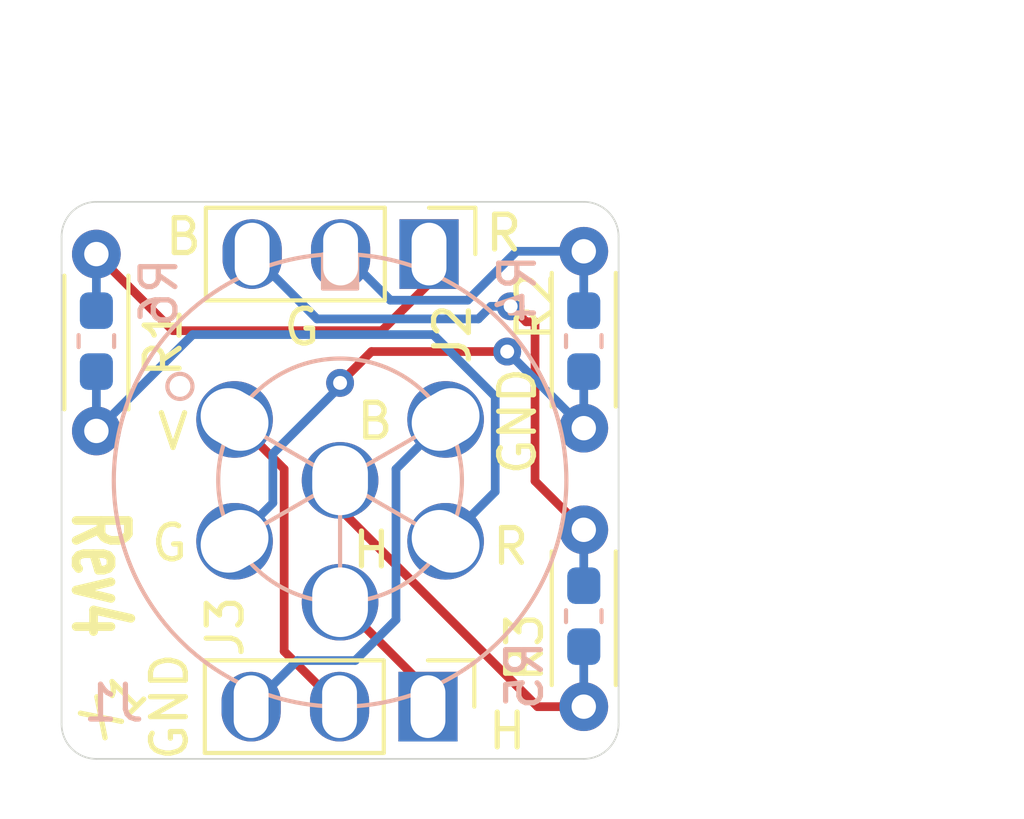
<source format=kicad_pcb>
(kicad_pcb (version 20171130) (host pcbnew "(5.1.6)-1")

  (general
    (thickness 1.6)
    (drawings 24)
    (tracks 52)
    (zones 0)
    (modules 9)
    (nets 10)
  )

  (page A4)
  (layers
    (0 F.Cu signal)
    (31 B.Cu signal)
    (32 B.Adhes user)
    (33 F.Adhes user)
    (34 B.Paste user)
    (35 F.Paste user)
    (36 B.SilkS user)
    (37 F.SilkS user)
    (38 B.Mask user)
    (39 F.Mask user)
    (40 Dwgs.User user)
    (41 Cmts.User user)
    (42 Eco1.User user)
    (43 Eco2.User user)
    (44 Edge.Cuts user)
    (45 Margin user)
    (46 B.CrtYd user)
    (47 F.CrtYd user)
    (48 B.Fab user)
    (49 F.Fab user)
  )

  (setup
    (last_trace_width 0.25)
    (trace_clearance 0.2)
    (zone_clearance 0.508)
    (zone_45_only no)
    (trace_min 0.2)
    (via_size 0.8)
    (via_drill 0.4)
    (via_min_size 0.4)
    (via_min_drill 0.3)
    (uvia_size 0.3)
    (uvia_drill 0.1)
    (uvias_allowed no)
    (uvia_min_size 0.2)
    (uvia_min_drill 0.1)
    (edge_width 0.05)
    (segment_width 0.2)
    (pcb_text_width 0.3)
    (pcb_text_size 1.5 1.5)
    (mod_edge_width 0.12)
    (mod_text_size 1 1)
    (mod_text_width 0.15)
    (pad_size 2 1.7)
    (pad_drill 1.8)
    (pad_to_mask_clearance 0.05)
    (aux_axis_origin 125 110)
    (grid_origin 125 110)
    (visible_elements 7FFFFFFF)
    (pcbplotparams
      (layerselection 0x010f0_ffffffff)
      (usegerberextensions true)
      (usegerberattributes true)
      (usegerberadvancedattributes true)
      (creategerberjobfile false)
      (excludeedgelayer true)
      (linewidth 0.100000)
      (plotframeref false)
      (viasonmask false)
      (mode 1)
      (useauxorigin false)
      (hpglpennumber 1)
      (hpglpenspeed 20)
      (hpglpendiameter 15.000000)
      (psnegative false)
      (psa4output false)
      (plotreference true)
      (plotvalue true)
      (plotinvisibletext false)
      (padsonsilk false)
      (subtractmaskfromsilk false)
      (outputformat 1)
      (mirror false)
      (drillshape 0)
      (scaleselection 1)
      (outputdirectory "gerber/"))
  )

  (net 0 "")
  (net 1 B)
  (net 2 R)
  (net 3 G)
  (net 4 V)
  (net 5 H)
  (net 6 GND)
  (net 7 "Net-(J1-Pad6)")
  (net 8 "Net-(J1-Pad2)")
  (net 9 "Net-(J1-Pad4)")

  (net_class Default "This is the default net class."
    (clearance 0.2)
    (trace_width 0.25)
    (via_dia 0.8)
    (via_drill 0.4)
    (uvia_dia 0.3)
    (uvia_drill 0.1)
    (add_net B)
    (add_net G)
    (add_net GND)
    (add_net H)
    (add_net "Net-(J1-Pad2)")
    (add_net "Net-(J1-Pad4)")
    (add_net "Net-(J1-Pad6)")
    (add_net R)
    (add_net V)
  )

  (module ryuk_lib:DIN6_PLG_PCB (layer B.Cu) (tedit 6287C950) (tstamp 62752F7F)
    (at 133 102 180)
    (path /6276229E)
    (fp_text reference J1 (at 6.5 -6.4) (layer B.SilkS)
      (effects (font (size 1 1) (thickness 0.15)) (justify mirror))
    )
    (fp_text value X1 (at 0 0.5) (layer B.Fab)
      (effects (font (size 1 1) (thickness 0.15)) (justify mirror))
    )
    (fp_poly (pts (xy 0.5 5.5) (xy -0.5 5.5) (xy -0.5 6.5) (xy 0.5 6.5)) (layer B.SilkS) (width 0.1))
    (fp_circle (center 0 0) (end 6.5 0) (layer B.SilkS) (width 0.12))
    (fp_circle (center 0 0) (end 3.5 0) (layer B.SilkS) (width 0.12))
    (fp_circle (center 4.6 2.7) (end 4.9 2.5) (layer B.SilkS) (width 0.12))
    (fp_line (start 0 -3.5) (end 0 0) (layer B.SilkS) (width 0.12))
    (fp_line (start 0 0) (end -3.031089 -1.75) (layer B.SilkS) (width 0.12))
    (fp_line (start 3.031089 1.75) (end 0 0) (layer B.SilkS) (width 0.12))
    (fp_line (start 0 0) (end -3.031089 1.75) (layer B.SilkS) (width 0.12))
    (fp_line (start 3.031089 -1.75) (end 0 0) (layer B.SilkS) (width 0.12))
    (pad 6 thru_hole circle (at 0 0 180) (size 2.2 2.2) (drill oval 1.6 2) (layers *.Cu *.Mask)
      (net 7 "Net-(J1-Pad6)"))
    (pad 1 thru_hole circle (at -3.031089 1.75 120) (size 2.2 2.2) (drill oval 1.6 2) (layers *.Cu *.Mask)
      (net 6 GND))
    (pad 5 thru_hole circle (at 3.031089 1.75 60) (size 2.2 2.2) (drill oval 1.6 2) (layers *.Cu *.Mask)
      (net 4 V))
    (pad 4 thru_hole circle (at 3.031089 -1.75 120) (size 2.2 2.2) (drill oval 1.6 2) (layers *.Cu *.Mask)
      (net 9 "Net-(J1-Pad4)"))
    (pad 2 thru_hole circle (at -3.031089 -1.75 60) (size 2.2 2.2) (drill oval 1.6 2) (layers *.Cu *.Mask)
      (net 8 "Net-(J1-Pad2)"))
    (pad 3 thru_hole circle (at 0 -3.5 180) (size 2.2 2.2) (drill oval 1.6 2) (layers *.Cu *.Mask)
      (net 5 H))
  )

  (module Resistor_THT:R_Axial_DIN0204_L3.6mm_D1.6mm_P5.08mm_Horizontal (layer F.Cu) (tedit 5AE5139B) (tstamp 62572BF7)
    (at 140 108.5 90)
    (descr "Resistor, Axial_DIN0204 series, Axial, Horizontal, pin pitch=5.08mm, 0.167W, length*diameter=3.6*1.6mm^2, http://cdn-reichelt.de/documents/datenblatt/B400/1_4W%23YAG.pdf")
    (tags "Resistor Axial_DIN0204 series Axial Horizontal pin pitch 5.08mm 0.167W length 3.6mm diameter 1.6mm")
    (path /62580A98)
    (fp_text reference R3 (at 1.7 -1.7 90) (layer F.SilkS)
      (effects (font (size 1 1) (thickness 0.15)))
    )
    (fp_text value 150R (at 2.54 1.92 90) (layer F.Fab)
      (effects (font (size 1 1) (thickness 0.15)))
    )
    (fp_line (start 0.74 -0.8) (end 0.74 0.8) (layer F.Fab) (width 0.1))
    (fp_line (start 0.74 0.8) (end 4.34 0.8) (layer F.Fab) (width 0.1))
    (fp_line (start 4.34 0.8) (end 4.34 -0.8) (layer F.Fab) (width 0.1))
    (fp_line (start 4.34 -0.8) (end 0.74 -0.8) (layer F.Fab) (width 0.1))
    (fp_line (start 0 0) (end 0.74 0) (layer F.Fab) (width 0.1))
    (fp_line (start 5.08 0) (end 4.34 0) (layer F.Fab) (width 0.1))
    (fp_line (start 0.62 -0.92) (end 4.46 -0.92) (layer F.SilkS) (width 0.12))
    (fp_line (start 0.62 0.92) (end 4.46 0.92) (layer F.SilkS) (width 0.12))
    (fp_line (start -0.95 -1.05) (end -0.95 1.05) (layer F.CrtYd) (width 0.05))
    (fp_line (start -0.95 1.05) (end 6.03 1.05) (layer F.CrtYd) (width 0.05))
    (fp_line (start 6.03 1.05) (end 6.03 -1.05) (layer F.CrtYd) (width 0.05))
    (fp_line (start 6.03 -1.05) (end -0.95 -1.05) (layer F.CrtYd) (width 0.05))
    (fp_text user %R (at 2.54 0 90) (layer F.Fab)
      (effects (font (size 0.72 0.72) (thickness 0.108)))
    )
    (pad 2 thru_hole oval (at 5.08 0 90) (size 1.4 1.4) (drill 0.7) (layers *.Cu *.Mask)
      (net 1 B))
    (pad 1 thru_hole circle (at 0 0 90) (size 1.4 1.4) (drill 0.7) (layers *.Cu *.Mask)
      (net 7 "Net-(J1-Pad6)"))
    (model ${KISYS3DMOD}/Resistor_THT.3dshapes/R_Axial_DIN0204_L3.6mm_D1.6mm_P5.08mm_Horizontal.wrl
      (at (xyz 0 0 0))
      (scale (xyz 1 1 1))
      (rotate (xyz 0 0 0))
    )
  )

  (module Resistor_THT:R_Axial_DIN0204_L3.6mm_D1.6mm_P5.08mm_Horizontal (layer F.Cu) (tedit 5AE5139B) (tstamp 62572BE0)
    (at 140 100.5 90)
    (descr "Resistor, Axial_DIN0204 series, Axial, Horizontal, pin pitch=5.08mm, 0.167W, length*diameter=3.6*1.6mm^2, http://cdn-reichelt.de/documents/datenblatt/B400/1_4W%23YAG.pdf")
    (tags "Resistor Axial_DIN0204 series Axial Horizontal pin pitch 5.08mm 0.167W length 3.6mm diameter 1.6mm")
    (path /625801CF)
    (fp_text reference R2 (at 3.5 -1.4 90) (layer F.SilkS)
      (effects (font (size 1 1) (thickness 0.15)))
    )
    (fp_text value 150R (at 2.54 1.92 90) (layer F.Fab)
      (effects (font (size 1 1) (thickness 0.15)))
    )
    (fp_line (start 0.74 -0.8) (end 0.74 0.8) (layer F.Fab) (width 0.1))
    (fp_line (start 0.74 0.8) (end 4.34 0.8) (layer F.Fab) (width 0.1))
    (fp_line (start 4.34 0.8) (end 4.34 -0.8) (layer F.Fab) (width 0.1))
    (fp_line (start 4.34 -0.8) (end 0.74 -0.8) (layer F.Fab) (width 0.1))
    (fp_line (start 0 0) (end 0.74 0) (layer F.Fab) (width 0.1))
    (fp_line (start 5.08 0) (end 4.34 0) (layer F.Fab) (width 0.1))
    (fp_line (start 0.62 -0.92) (end 4.46 -0.92) (layer F.SilkS) (width 0.12))
    (fp_line (start 0.62 0.92) (end 4.46 0.92) (layer F.SilkS) (width 0.12))
    (fp_line (start -0.95 -1.05) (end -0.95 1.05) (layer F.CrtYd) (width 0.05))
    (fp_line (start -0.95 1.05) (end 6.03 1.05) (layer F.CrtYd) (width 0.05))
    (fp_line (start 6.03 1.05) (end 6.03 -1.05) (layer F.CrtYd) (width 0.05))
    (fp_line (start 6.03 -1.05) (end -0.95 -1.05) (layer F.CrtYd) (width 0.05))
    (fp_text user %R (at 2.54 0 90) (layer F.Fab)
      (effects (font (size 0.72 0.72) (thickness 0.108)))
    )
    (pad 2 thru_hole oval (at 5.08 0 90) (size 1.4 1.4) (drill 0.7) (layers *.Cu *.Mask)
      (net 3 G))
    (pad 1 thru_hole circle (at 0 0 90) (size 1.4 1.4) (drill 0.7) (layers *.Cu *.Mask)
      (net 9 "Net-(J1-Pad4)"))
    (model ${KISYS3DMOD}/Resistor_THT.3dshapes/R_Axial_DIN0204_L3.6mm_D1.6mm_P5.08mm_Horizontal.wrl
      (at (xyz 0 0 0))
      (scale (xyz 1 1 1))
      (rotate (xyz 0 0 0))
    )
  )

  (module Resistor_THT:R_Axial_DIN0204_L3.6mm_D1.6mm_P5.08mm_Horizontal (layer F.Cu) (tedit 5AE5139B) (tstamp 62572BC9)
    (at 126 95.5 270)
    (descr "Resistor, Axial_DIN0204 series, Axial, Horizontal, pin pitch=5.08mm, 0.167W, length*diameter=3.6*1.6mm^2, http://cdn-reichelt.de/documents/datenblatt/B400/1_4W%23YAG.pdf")
    (tags "Resistor Axial_DIN0204 series Axial Horizontal pin pitch 5.08mm 0.167W length 3.6mm diameter 1.6mm")
    (path /6257F3C2)
    (fp_text reference R1 (at 2.54 -1.92 90) (layer F.SilkS)
      (effects (font (size 1 1) (thickness 0.15)))
    )
    (fp_text value 150R (at 2.54 1.92 90) (layer F.Fab)
      (effects (font (size 1 1) (thickness 0.15)))
    )
    (fp_line (start 0.74 -0.8) (end 0.74 0.8) (layer F.Fab) (width 0.1))
    (fp_line (start 0.74 0.8) (end 4.34 0.8) (layer F.Fab) (width 0.1))
    (fp_line (start 4.34 0.8) (end 4.34 -0.8) (layer F.Fab) (width 0.1))
    (fp_line (start 4.34 -0.8) (end 0.74 -0.8) (layer F.Fab) (width 0.1))
    (fp_line (start 0 0) (end 0.74 0) (layer F.Fab) (width 0.1))
    (fp_line (start 5.08 0) (end 4.34 0) (layer F.Fab) (width 0.1))
    (fp_line (start 0.62 -0.92) (end 4.46 -0.92) (layer F.SilkS) (width 0.12))
    (fp_line (start 0.62 0.92) (end 4.46 0.92) (layer F.SilkS) (width 0.12))
    (fp_line (start -0.95 -1.05) (end -0.95 1.05) (layer F.CrtYd) (width 0.05))
    (fp_line (start -0.95 1.05) (end 6.03 1.05) (layer F.CrtYd) (width 0.05))
    (fp_line (start 6.03 1.05) (end 6.03 -1.05) (layer F.CrtYd) (width 0.05))
    (fp_line (start 6.03 -1.05) (end -0.95 -1.05) (layer F.CrtYd) (width 0.05))
    (fp_text user %R (at 2.54 0 90) (layer F.Fab)
      (effects (font (size 0.72 0.72) (thickness 0.108)))
    )
    (pad 2 thru_hole oval (at 5.08 0 270) (size 1.4 1.4) (drill 0.7) (layers *.Cu *.Mask)
      (net 8 "Net-(J1-Pad2)"))
    (pad 1 thru_hole circle (at 0 0 270) (size 1.4 1.4) (drill 0.7) (layers *.Cu *.Mask)
      (net 2 R))
    (model ${KISYS3DMOD}/Resistor_THT.3dshapes/R_Axial_DIN0204_L3.6mm_D1.6mm_P5.08mm_Horizontal.wrl
      (at (xyz 0 0 0))
      (scale (xyz 1 1 1))
      (rotate (xyz 0 0 0))
    )
  )

  (module Resistor_SMD:R_0603_1608Metric_Pad1.05x0.95mm_HandSolder (layer B.Cu) (tedit 5B301BBD) (tstamp 62751DD8)
    (at 126 98 270)
    (descr "Resistor SMD 0603 (1608 Metric), square (rectangular) end terminal, IPC_7351 nominal with elongated pad for handsoldering. (Body size source: http://www.tortai-tech.com/upload/download/2011102023233369053.pdf), generated with kicad-footprint-generator")
    (tags "resistor handsolder")
    (path /62752F49)
    (attr smd)
    (fp_text reference R6 (at -1.4 -1.8 90) (layer B.SilkS)
      (effects (font (size 1 1) (thickness 0.15)) (justify mirror))
    )
    (fp_text value 150R (at 0 -1.43 90) (layer B.Fab)
      (effects (font (size 1 1) (thickness 0.15)) (justify mirror))
    )
    (fp_line (start -0.8 -0.4) (end -0.8 0.4) (layer B.Fab) (width 0.1))
    (fp_line (start -0.8 0.4) (end 0.8 0.4) (layer B.Fab) (width 0.1))
    (fp_line (start 0.8 0.4) (end 0.8 -0.4) (layer B.Fab) (width 0.1))
    (fp_line (start 0.8 -0.4) (end -0.8 -0.4) (layer B.Fab) (width 0.1))
    (fp_line (start -0.171267 0.51) (end 0.171267 0.51) (layer B.SilkS) (width 0.12))
    (fp_line (start -0.171267 -0.51) (end 0.171267 -0.51) (layer B.SilkS) (width 0.12))
    (fp_line (start -1.65 -0.73) (end -1.65 0.73) (layer B.CrtYd) (width 0.05))
    (fp_line (start -1.65 0.73) (end 1.65 0.73) (layer B.CrtYd) (width 0.05))
    (fp_line (start 1.65 0.73) (end 1.65 -0.73) (layer B.CrtYd) (width 0.05))
    (fp_line (start 1.65 -0.73) (end -1.65 -0.73) (layer B.CrtYd) (width 0.05))
    (fp_text user %R (at 0 0 90) (layer B.Fab)
      (effects (font (size 0.4 0.4) (thickness 0.06)) (justify mirror))
    )
    (pad 2 smd roundrect (at 0.875 0 270) (size 1.05 0.95) (layers B.Cu B.Paste B.Mask) (roundrect_rratio 0.25)
      (net 8 "Net-(J1-Pad2)"))
    (pad 1 smd roundrect (at -0.875 0 270) (size 1.05 0.95) (layers B.Cu B.Paste B.Mask) (roundrect_rratio 0.25)
      (net 2 R))
    (model ${KISYS3DMOD}/Resistor_SMD.3dshapes/R_0603_1608Metric.wrl
      (at (xyz 0 0 0))
      (scale (xyz 1 1 1))
      (rotate (xyz 0 0 0))
    )
  )

  (module Resistor_SMD:R_0603_1608Metric_Pad1.05x0.95mm_HandSolder (layer B.Cu) (tedit 5B301BBD) (tstamp 62751DC7)
    (at 140 105.9 90)
    (descr "Resistor SMD 0603 (1608 Metric), square (rectangular) end terminal, IPC_7351 nominal with elongated pad for handsoldering. (Body size source: http://www.tortai-tech.com/upload/download/2011102023233369053.pdf), generated with kicad-footprint-generator")
    (tags "resistor handsolder")
    (path /627523DF)
    (attr smd)
    (fp_text reference R5 (at -1.7 -1.7 90) (layer B.SilkS)
      (effects (font (size 1 1) (thickness 0.15)) (justify mirror))
    )
    (fp_text value 150R (at 0 -1.43 90) (layer B.Fab)
      (effects (font (size 1 1) (thickness 0.15)) (justify mirror))
    )
    (fp_line (start -0.8 -0.4) (end -0.8 0.4) (layer B.Fab) (width 0.1))
    (fp_line (start -0.8 0.4) (end 0.8 0.4) (layer B.Fab) (width 0.1))
    (fp_line (start 0.8 0.4) (end 0.8 -0.4) (layer B.Fab) (width 0.1))
    (fp_line (start 0.8 -0.4) (end -0.8 -0.4) (layer B.Fab) (width 0.1))
    (fp_line (start -0.171267 0.51) (end 0.171267 0.51) (layer B.SilkS) (width 0.12))
    (fp_line (start -0.171267 -0.51) (end 0.171267 -0.51) (layer B.SilkS) (width 0.12))
    (fp_line (start -1.65 -0.73) (end -1.65 0.73) (layer B.CrtYd) (width 0.05))
    (fp_line (start -1.65 0.73) (end 1.65 0.73) (layer B.CrtYd) (width 0.05))
    (fp_line (start 1.65 0.73) (end 1.65 -0.73) (layer B.CrtYd) (width 0.05))
    (fp_line (start 1.65 -0.73) (end -1.65 -0.73) (layer B.CrtYd) (width 0.05))
    (fp_text user %R (at 0 0 90) (layer B.Fab)
      (effects (font (size 0.4 0.4) (thickness 0.06)) (justify mirror))
    )
    (pad 2 smd roundrect (at 0.875 0 90) (size 1.05 0.95) (layers B.Cu B.Paste B.Mask) (roundrect_rratio 0.25)
      (net 1 B))
    (pad 1 smd roundrect (at -0.875 0 90) (size 1.05 0.95) (layers B.Cu B.Paste B.Mask) (roundrect_rratio 0.25)
      (net 7 "Net-(J1-Pad6)"))
    (model ${KISYS3DMOD}/Resistor_SMD.3dshapes/R_0603_1608Metric.wrl
      (at (xyz 0 0 0))
      (scale (xyz 1 1 1))
      (rotate (xyz 0 0 0))
    )
  )

  (module Resistor_SMD:R_0603_1608Metric_Pad1.05x0.95mm_HandSolder (layer B.Cu) (tedit 5B301BBD) (tstamp 62751DB6)
    (at 140 98 90)
    (descr "Resistor SMD 0603 (1608 Metric), square (rectangular) end terminal, IPC_7351 nominal with elongated pad for handsoldering. (Body size source: http://www.tortai-tech.com/upload/download/2011102023233369053.pdf), generated with kicad-footprint-generator")
    (tags "resistor handsolder")
    (path /627534F7)
    (attr smd)
    (fp_text reference R4 (at 1.5 -1.9 270) (layer B.SilkS)
      (effects (font (size 1 1) (thickness 0.15)) (justify mirror))
    )
    (fp_text value 150R (at 0 -1.43 270) (layer B.Fab)
      (effects (font (size 1 1) (thickness 0.15)) (justify mirror))
    )
    (fp_line (start -0.8 -0.4) (end -0.8 0.4) (layer B.Fab) (width 0.1))
    (fp_line (start -0.8 0.4) (end 0.8 0.4) (layer B.Fab) (width 0.1))
    (fp_line (start 0.8 0.4) (end 0.8 -0.4) (layer B.Fab) (width 0.1))
    (fp_line (start 0.8 -0.4) (end -0.8 -0.4) (layer B.Fab) (width 0.1))
    (fp_line (start -0.171267 0.51) (end 0.171267 0.51) (layer B.SilkS) (width 0.12))
    (fp_line (start -0.171267 -0.51) (end 0.171267 -0.51) (layer B.SilkS) (width 0.12))
    (fp_line (start -1.65 -0.73) (end -1.65 0.73) (layer B.CrtYd) (width 0.05))
    (fp_line (start -1.65 0.73) (end 1.65 0.73) (layer B.CrtYd) (width 0.05))
    (fp_line (start 1.65 0.73) (end 1.65 -0.73) (layer B.CrtYd) (width 0.05))
    (fp_line (start 1.65 -0.73) (end -1.65 -0.73) (layer B.CrtYd) (width 0.05))
    (fp_text user %R (at 0 0 270) (layer B.Fab)
      (effects (font (size 0.4 0.4) (thickness 0.06)) (justify mirror))
    )
    (pad 2 smd roundrect (at 0.875 0 90) (size 1.05 0.95) (layers B.Cu B.Paste B.Mask) (roundrect_rratio 0.25)
      (net 3 G))
    (pad 1 smd roundrect (at -0.875 0 90) (size 1.05 0.95) (layers B.Cu B.Paste B.Mask) (roundrect_rratio 0.25)
      (net 9 "Net-(J1-Pad4)"))
    (model ${KISYS3DMOD}/Resistor_SMD.3dshapes/R_0603_1608Metric.wrl
      (at (xyz 0 0 0))
      (scale (xyz 1 1 1))
      (rotate (xyz 0 0 0))
    )
  )

  (module Connector_PinHeader_2.54mm:PinHeader_1x03_P2.54mm_Vertical (layer F.Cu) (tedit 62943729) (tstamp 62631DE2)
    (at 135.525 108.5 270)
    (descr "Through hole straight pin header, 1x03, 2.54mm pitch, single row")
    (tags "Through hole pin header THT 1x03 2.54mm single row")
    (path /6263D794)
    (fp_text reference J3 (at -2.3 5.825 90) (layer F.SilkS)
      (effects (font (size 1 1) (thickness 0.15)))
    )
    (fp_text value TO_VGA2 (at 0 7.41 90) (layer F.Fab)
      (effects (font (size 1 1) (thickness 0.15)))
    )
    (fp_line (start 1.8 -1.8) (end -1.8 -1.8) (layer F.CrtYd) (width 0.05))
    (fp_line (start 1.8 6.85) (end 1.8 -1.8) (layer F.CrtYd) (width 0.05))
    (fp_line (start -1.8 6.85) (end 1.8 6.85) (layer F.CrtYd) (width 0.05))
    (fp_line (start -1.8 -1.8) (end -1.8 6.85) (layer F.CrtYd) (width 0.05))
    (fp_line (start -1.33 -1.33) (end 0 -1.33) (layer F.SilkS) (width 0.12))
    (fp_line (start -1.33 0) (end -1.33 -1.33) (layer F.SilkS) (width 0.12))
    (fp_line (start -1.33 1.27) (end 1.33 1.27) (layer F.SilkS) (width 0.12))
    (fp_line (start 1.33 1.27) (end 1.33 6.41) (layer F.SilkS) (width 0.12))
    (fp_line (start -1.33 1.27) (end -1.33 6.41) (layer F.SilkS) (width 0.12))
    (fp_line (start -1.33 6.41) (end 1.33 6.41) (layer F.SilkS) (width 0.12))
    (fp_line (start -1.27 -0.635) (end -0.635 -1.27) (layer F.Fab) (width 0.1))
    (fp_line (start -1.27 6.35) (end -1.27 -0.635) (layer F.Fab) (width 0.1))
    (fp_line (start 1.27 6.35) (end -1.27 6.35) (layer F.Fab) (width 0.1))
    (fp_line (start 1.27 -1.27) (end 1.27 6.35) (layer F.Fab) (width 0.1))
    (fp_line (start -0.635 -1.27) (end 1.27 -1.27) (layer F.Fab) (width 0.1))
    (fp_text user %R (at 0 2.54) (layer F.Fab)
      (effects (font (size 1 1) (thickness 0.15)))
    )
    (pad 3 thru_hole oval (at 0 5.08 270) (size 2 1.7) (drill oval 1.8 1) (layers *.Cu *.Mask)
      (net 6 GND))
    (pad 2 thru_hole oval (at 0 2.54 270) (size 2 1.7) (drill oval 1.8 1) (layers *.Cu *.Mask)
      (net 4 V))
    (pad 1 thru_hole rect (at 0 0 270) (size 2 1.7) (drill oval 1.8 1) (layers *.Cu *.Mask)
      (net 5 H))
    (model ${KISYS3DMOD}/Connector_PinHeader_2.54mm.3dshapes/PinHeader_1x03_P2.54mm_Vertical.wrl
      (at (xyz 0 0 0))
      (scale (xyz 1 1 1))
      (rotate (xyz 0 0 0))
    )
  )

  (module Connector_PinHeader_2.54mm:PinHeader_1x03_P2.54mm_Vertical (layer F.Cu) (tedit 6294373C) (tstamp 62631DCB)
    (at 135.555 95.5 270)
    (descr "Through hole straight pin header, 1x03, 2.54mm pitch, single row")
    (tags "Through hole pin header THT 1x03 2.54mm single row")
    (path /6263C9B5)
    (fp_text reference J2 (at 2.3 -0.675 90) (layer F.SilkS)
      (effects (font (size 1 1) (thickness 0.15)))
    )
    (fp_text value TO_VGA1 (at 0 7.41 90) (layer F.Fab)
      (effects (font (size 1 1) (thickness 0.15)))
    )
    (fp_line (start 1.8 -1.8) (end -1.8 -1.8) (layer F.CrtYd) (width 0.05))
    (fp_line (start 1.8 6.85) (end 1.8 -1.8) (layer F.CrtYd) (width 0.05))
    (fp_line (start -1.8 6.85) (end 1.8 6.85) (layer F.CrtYd) (width 0.05))
    (fp_line (start -1.8 -1.8) (end -1.8 6.85) (layer F.CrtYd) (width 0.05))
    (fp_line (start -1.33 -1.33) (end 0 -1.33) (layer F.SilkS) (width 0.12))
    (fp_line (start -1.33 0) (end -1.33 -1.33) (layer F.SilkS) (width 0.12))
    (fp_line (start -1.33 1.27) (end 1.33 1.27) (layer F.SilkS) (width 0.12))
    (fp_line (start 1.33 1.27) (end 1.33 6.41) (layer F.SilkS) (width 0.12))
    (fp_line (start -1.33 1.27) (end -1.33 6.41) (layer F.SilkS) (width 0.12))
    (fp_line (start -1.33 6.41) (end 1.33 6.41) (layer F.SilkS) (width 0.12))
    (fp_line (start -1.27 -0.635) (end -0.635 -1.27) (layer F.Fab) (width 0.1))
    (fp_line (start -1.27 6.35) (end -1.27 -0.635) (layer F.Fab) (width 0.1))
    (fp_line (start 1.27 6.35) (end -1.27 6.35) (layer F.Fab) (width 0.1))
    (fp_line (start 1.27 -1.27) (end 1.27 6.35) (layer F.Fab) (width 0.1))
    (fp_line (start -0.635 -1.27) (end 1.27 -1.27) (layer F.Fab) (width 0.1))
    (fp_text user %R (at 0 2.54) (layer F.Fab)
      (effects (font (size 1 1) (thickness 0.15)))
    )
    (pad 3 thru_hole oval (at 0 5.08 270) (size 2 1.7) (drill oval 1.8 1) (layers *.Cu *.Mask)
      (net 1 B))
    (pad 2 thru_hole oval (at 0 2.54 270) (size 2 1.7) (drill oval 1.8 1) (layers *.Cu *.Mask)
      (net 3 G))
    (pad 1 thru_hole rect (at 0 0 270) (size 2 1.7) (drill oval 1.8 1) (layers *.Cu *.Mask)
      (net 2 R))
    (model ${KISYS3DMOD}/Connector_PinHeader_2.54mm.3dshapes/PinHeader_1x03_P2.54mm_Vertical.wrl
      (at (xyz 0 0 0))
      (scale (xyz 1 1 1))
      (rotate (xyz 0 0 0))
    )
  )

  (gr_text B (at 134 100.3) (layer F.SilkS) (tstamp 62882E94)
    (effects (font (size 1 1) (thickness 0.15)))
  )
  (gr_text R (at 137.9 103.9) (layer F.SilkS) (tstamp 62882E7A)
    (effects (font (size 1 1) (thickness 0.15)))
  )
  (gr_text G (at 128.1 103.8) (layer F.SilkS) (tstamp 62882E60)
    (effects (font (size 1 1) (thickness 0.15)))
  )
  (gr_text GND (at 138.1 100.3 90) (layer F.SilkS) (tstamp 62882F07)
    (effects (font (size 1 1) (thickness 0.15)))
  )
  (gr_text "H\n" (at 133.9 104) (layer F.SilkS) (tstamp 62882E55)
    (effects (font (size 1 1) (thickness 0.15)))
  )
  (gr_text B (at 128.5 95) (layer F.SilkS) (tstamp 62882E1E)
    (effects (font (size 1 1) (thickness 0.15)))
  )
  (gr_text R (at 137.7 94.9) (layer F.SilkS) (tstamp 62882E1B)
    (effects (font (size 1 1) (thickness 0.15)))
  )
  (gr_text G (at 131.9 97.6) (layer F.SilkS) (tstamp 62882E18)
    (effects (font (size 1 1) (thickness 0.15)))
  )
  (gr_text GND (at 128.1 108.5 90) (layer F.SilkS) (tstamp 62882E11)
    (effects (font (size 1 1) (thickness 0.15)))
  )
  (gr_text H (at 137.8 109.2) (layer F.SilkS) (tstamp 62882E0D)
    (effects (font (size 1 1) (thickness 0.15)))
  )
  (gr_text V (at 128.2 100.6) (layer F.SilkS) (tstamp 62882E07)
    (effects (font (size 1 1) (thickness 0.15)))
  )
  (gr_text Rev4 (at 126.1 104.7 270) (layer F.SilkS) (tstamp 6275225C)
    (effects (font (size 1.5 1) (thickness 0.25)))
  )
  (gr_arc (start 126 109) (end 125 109) (angle -90) (layer Edge.Cuts) (width 0.05))
  (gr_arc (start 126 95) (end 126 94) (angle -90) (layer Edge.Cuts) (width 0.05))
  (gr_arc (start 140 95) (end 141 95) (angle -90) (layer Edge.Cuts) (width 0.05))
  (gr_arc (start 140 109) (end 140 110) (angle -90) (layer Edge.Cuts) (width 0.05))
  (gr_line (start 126 94) (end 140 94) (layer Edge.Cuts) (width 0.05) (tstamp 626487CA))
  (gr_line (start 125 109) (end 125 95) (layer Edge.Cuts) (width 0.05))
  (gr_line (start 140 110) (end 126 110) (layer Edge.Cuts) (width 0.05))
  (gr_line (start 141 95) (end 141 109) (layer Edge.Cuts) (width 0.05))
  (dimension 8 (width 0.15) (layer Dwgs.User)
    (gr_text "8.000 mm" (at 151.3 106 90) (layer Dwgs.User)
      (effects (font (size 1 1) (thickness 0.15)))
    )
    (feature1 (pts (xy 141 102) (xy 150.586421 102)))
    (feature2 (pts (xy 141 110) (xy 150.586421 110)))
    (crossbar (pts (xy 150 110) (xy 150 102)))
    (arrow1a (pts (xy 150 102) (xy 150.586421 103.126504)))
    (arrow1b (pts (xy 150 102) (xy 149.413579 103.126504)))
    (arrow2a (pts (xy 150 110) (xy 150.586421 108.873496)))
    (arrow2b (pts (xy 150 110) (xy 149.413579 108.873496)))
  )
  (dimension 16 (width 0.15) (layer Dwgs.User)
    (gr_text "16.000 mm" (at 133 88.9) (layer Dwgs.User)
      (effects (font (size 1 1) (thickness 0.15)))
    )
    (feature1 (pts (xy 125 94) (xy 125 89.613579)))
    (feature2 (pts (xy 141 94) (xy 141 89.613579)))
    (crossbar (pts (xy 141 90.2) (xy 125 90.2)))
    (arrow1a (pts (xy 125 90.2) (xy 126.126504 89.613579)))
    (arrow1b (pts (xy 125 90.2) (xy 126.126504 90.786421)))
    (arrow2a (pts (xy 141 90.2) (xy 139.873496 89.613579)))
    (arrow2b (pts (xy 141 90.2) (xy 139.873496 90.786421)))
  )
  (dimension 16 (width 0.15) (layer Dwgs.User)
    (gr_text "16.000 mm" (at 145.9 102 270) (layer Dwgs.User)
      (effects (font (size 1 1) (thickness 0.15)))
    )
    (feature1 (pts (xy 141 110) (xy 145.186421 110)))
    (feature2 (pts (xy 141 94) (xy 145.186421 94)))
    (crossbar (pts (xy 144.6 94) (xy 144.6 110)))
    (arrow1a (pts (xy 144.6 110) (xy 144.013579 108.873496)))
    (arrow1b (pts (xy 144.6 110) (xy 145.186421 108.873496)))
    (arrow2a (pts (xy 144.6 94) (xy 144.013579 95.126504)))
    (arrow2b (pts (xy 144.6 94) (xy 145.186421 95.126504)))
  )
  (gr_text "X1\n" (at 126.5 108.5 45) (layer F.SilkS)
    (effects (font (size 1 1) (thickness 0.15)))
  )

  (segment (start 140 103.42) (end 140 105.025) (width 0.25) (layer B.Cu) (net 1))
  (segment (start 138.6 102.02) (end 140 103.42) (width 0.25) (layer F.Cu) (net 1))
  (segment (start 138.6 97.445) (end 138.6 102.02) (width 0.25) (layer F.Cu) (net 1))
  (via (at 137.9 97) (size 0.8) (drill 0.4) (layers F.Cu B.Cu) (net 1))
  (segment (start 138.6 97.445) (end 138.345 97.445) (width 0.25) (layer F.Cu) (net 1))
  (segment (start 138.345 97.445) (end 137.9 97) (width 0.25) (layer F.Cu) (net 1))
  (segment (start 137.9 97) (end 137.334315 97) (width 0.25) (layer B.Cu) (net 1))
  (segment (start 136.971817 97.362498) (end 132.337498 97.362498) (width 0.25) (layer B.Cu) (net 1))
  (segment (start 137.334315 97) (end 136.971817 97.362498) (width 0.25) (layer B.Cu) (net 1))
  (segment (start 132.337498 97.362498) (end 130.475 95.5) (width 0.25) (layer B.Cu) (net 1))
  (segment (start 126 97.125) (end 126 95.5) (width 0.25) (layer B.Cu) (net 2))
  (segment (start 134.2 97.7) (end 135.555 96.345) (width 0.25) (layer F.Cu) (net 2))
  (segment (start 135.555 96.345) (end 135.555 95.5) (width 0.25) (layer F.Cu) (net 2))
  (segment (start 126 95.5) (end 128.2 97.7) (width 0.25) (layer F.Cu) (net 2))
  (segment (start 128.2 97.7) (end 134.2 97.7) (width 0.25) (layer F.Cu) (net 2))
  (segment (start 140 95.42) (end 140 97.125) (width 0.25) (layer B.Cu) (net 3))
  (segment (start 133.119998 95.5) (end 134.444999 96.825001) (width 0.25) (layer B.Cu) (net 3))
  (segment (start 134.444999 96.825001) (end 136.665001 96.825001) (width 0.25) (layer B.Cu) (net 3))
  (segment (start 138.070002 95.42) (end 140 95.42) (width 0.25) (layer B.Cu) (net 3))
  (segment (start 133.015 95.5) (end 133.119998 95.5) (width 0.25) (layer B.Cu) (net 3))
  (segment (start 136.665001 96.825001) (end 138.070002 95.42) (width 0.25) (layer B.Cu) (net 3))
  (segment (start 131.393912 106.908912) (end 132.985 108.5) (width 0.25) (layer F.Cu) (net 4))
  (segment (start 131.393912 101.675001) (end 131.393912 106.908912) (width 0.25) (layer F.Cu) (net 4))
  (segment (start 129.968911 100.25) (end 131.393912 101.675001) (width 0.25) (layer F.Cu) (net 4))
  (segment (start 135.525 108.025) (end 135.525 108.5) (width 0.25) (layer F.Cu) (net 5))
  (segment (start 133 105.5) (end 135.525 108.025) (width 0.25) (layer F.Cu) (net 5))
  (segment (start 134.606088 106.002914) (end 134.606088 101.675001) (width 0.25) (layer B.Cu) (net 6))
  (segment (start 133.434012 107.17499) (end 134.606088 106.002914) (width 0.25) (layer B.Cu) (net 6))
  (segment (start 131.77001 107.17499) (end 133.434012 107.17499) (width 0.25) (layer B.Cu) (net 6))
  (segment (start 134.606088 101.675001) (end 136.031089 100.25) (width 0.25) (layer B.Cu) (net 6))
  (segment (start 130.445 108.5) (end 131.77001 107.17499) (width 0.25) (layer B.Cu) (net 6))
  (segment (start 140 108.5) (end 140 106.775) (width 0.25) (layer B.Cu) (net 7))
  (segment (start 133 102.827913) (end 133 102) (width 0.25) (layer F.Cu) (net 7))
  (segment (start 138.672087 108.5) (end 133 102.827913) (width 0.25) (layer F.Cu) (net 7))
  (segment (start 140 108.5) (end 138.672087 108.5) (width 0.25) (layer F.Cu) (net 7))
  (segment (start 126 100.58) (end 126 98.875) (width 0.25) (layer B.Cu) (net 8))
  (segment (start 137.45609 102.324999) (end 136.031089 103.75) (width 0.25) (layer B.Cu) (net 8))
  (segment (start 137.45609 99.592501) (end 137.45609 102.324999) (width 0.25) (layer B.Cu) (net 8))
  (segment (start 128.767491 97.812509) (end 135.676098 97.812509) (width 0.25) (layer B.Cu) (net 8))
  (segment (start 135.676098 97.812509) (end 137.45609 99.592501) (width 0.25) (layer B.Cu) (net 8))
  (segment (start 126 100.58) (end 128.767491 97.812509) (width 0.25) (layer B.Cu) (net 8))
  (segment (start 140 98.875) (end 140 100.5) (width 0.25) (layer B.Cu) (net 9))
  (via (at 137.800002 98.3) (size 0.8) (drill 0.4) (layers F.Cu B.Cu) (net 9))
  (segment (start 139.300001 99.799999) (end 137.800002 98.3) (width 0.25) (layer B.Cu) (net 9))
  (segment (start 140 100.5) (end 139.300001 99.799999) (width 0.25) (layer B.Cu) (net 9))
  (segment (start 133.9 98.3) (end 133 99.2) (width 0.25) (layer F.Cu) (net 9))
  (segment (start 137.800002 98.3) (end 133.9 98.3) (width 0.25) (layer F.Cu) (net 9))
  (via (at 133 99.2) (size 0.8) (drill 0.4) (layers F.Cu B.Cu) (net 9))
  (segment (start 131.06891 102.650001) (end 131.06891 101.231084) (width 0.25) (layer B.Cu) (net 9))
  (segment (start 129.968911 103.75) (end 131.06891 102.650001) (width 0.25) (layer B.Cu) (net 9))
  (segment (start 131.06891 101.231084) (end 133 99.299994) (width 0.25) (layer B.Cu) (net 9))
  (segment (start 133 99.299994) (end 133 99.2) (width 0.25) (layer B.Cu) (net 9))

)

</source>
